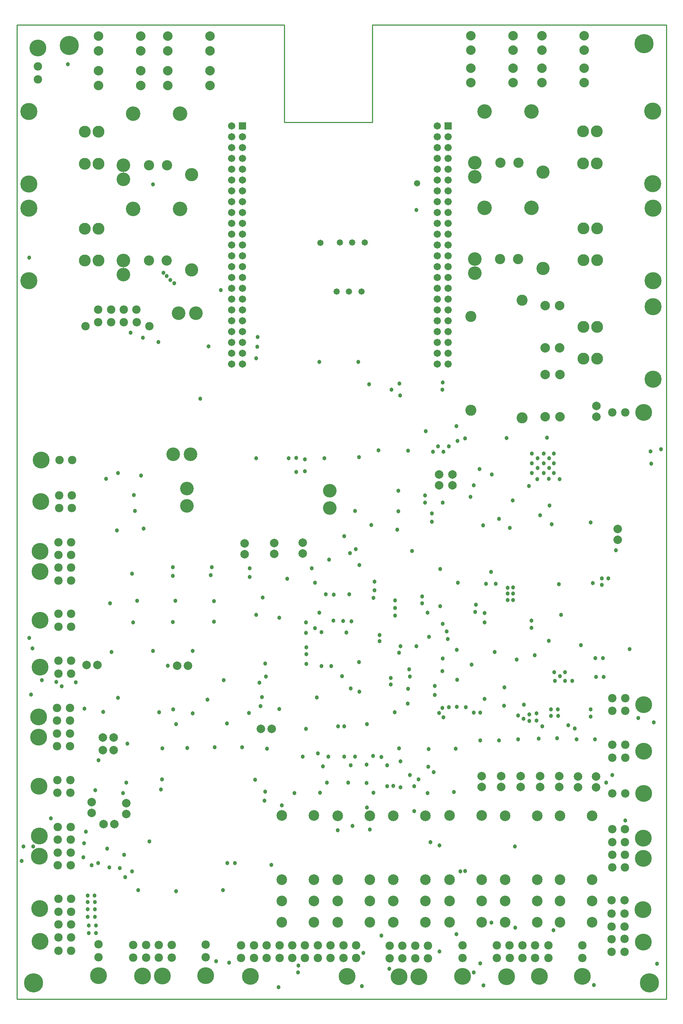
<source format=gbs>
G04*
G04 #@! TF.GenerationSoftware,Altium Limited,Altium Designer,21.2.0 (30)*
G04*
G04 Layer_Color=16711935*
%FSLAX25Y25*%
%MOIN*%
G70*
G04*
G04 #@! TF.SameCoordinates,475EB507-A4AD-49FA-98AF-DF7EEACF21B2*
G04*
G04*
G04 #@! TF.FilePolarity,Negative*
G04*
G01*
G75*
%ADD10C,0.01000*%
%ADD63C,0.03800*%
%ADD106C,0.07800*%
%ADD107C,0.06706*%
%ADD108R,0.06706X0.06706*%
%ADD109C,0.07887*%
%ADD110C,0.10249*%
%ADD111C,0.08800*%
%ADD112C,0.12611*%
%ADD113C,0.10958*%
%ADD114C,0.15800*%
%ADD115C,0.15600*%
%ADD116C,0.17729*%
%ADD117C,0.09855*%
%ADD118C,0.09461*%
%ADD119C,0.12200*%
%ADD120C,0.13398*%
%ADD121C,0.05800*%
D10*
X347000Y868500D02*
Y958500D01*
Y868500D02*
X428500D01*
Y958500D01*
X700000D01*
Y58500D02*
Y958500D01*
X100000Y58500D02*
X700000D01*
X100000D02*
Y958500D01*
X347000D01*
D63*
X406200Y258600D02*
D03*
X560334Y124497D02*
D03*
X490500Y200500D02*
D03*
X509879Y176379D02*
D03*
X513987Y176823D02*
D03*
X408417Y274508D02*
D03*
X386400Y258375D02*
D03*
X382684Y273407D02*
D03*
X477900Y583100D02*
D03*
X507200Y574300D02*
D03*
X552500Y576800D02*
D03*
X589900Y577200D02*
D03*
X688600Y314000D02*
D03*
X691500Y91300D02*
D03*
X531000Y71300D02*
D03*
X418700Y70400D02*
D03*
X179800Y323800D02*
D03*
X262600Y322400D02*
D03*
X288500Y713500D02*
D03*
X325000Y329000D02*
D03*
X449500Y412813D02*
D03*
Y419878D02*
D03*
Y426950D02*
D03*
X568000Y317500D02*
D03*
X601728Y356887D02*
D03*
X175000Y184000D02*
D03*
X185500Y180000D02*
D03*
X195000Y179500D02*
D03*
X169000Y182000D02*
D03*
X161500Y189500D02*
D03*
X241935Y722935D02*
D03*
X238370Y726500D02*
D03*
X245370Y719870D02*
D03*
X235435Y729435D02*
D03*
X277000Y661500D02*
D03*
X269500Y613000D02*
D03*
X585500Y310500D02*
D03*
X563158Y320500D02*
D03*
X493500Y405000D02*
D03*
X497000Y398000D02*
D03*
X506760Y353437D02*
D03*
X392705Y432205D02*
D03*
X413000Y474000D02*
D03*
X416500Y459500D02*
D03*
X385500Y432500D02*
D03*
X390500Y366000D02*
D03*
X381449D02*
D03*
X404500Y397000D02*
D03*
X407814Y470500D02*
D03*
X595752Y122000D02*
D03*
X506000Y118500D02*
D03*
X436874Y117000D02*
D03*
X538668Y543051D02*
D03*
X230700Y665500D02*
D03*
X216500Y669500D02*
D03*
X205000Y674000D02*
D03*
X321000Y650500D02*
D03*
X322500Y670000D02*
D03*
X493500Y628000D02*
D03*
X453500Y627000D02*
D03*
X415500Y647000D02*
D03*
X379500D02*
D03*
X207996Y524000D02*
D03*
X416500Y342500D02*
D03*
X329500Y368500D02*
D03*
X217080Y493113D02*
D03*
X209000Y509500D02*
D03*
X192580Y491550D02*
D03*
X214740Y542000D02*
D03*
X182500Y539050D02*
D03*
X193500Y544550D02*
D03*
X402476Y485998D02*
D03*
X114500Y382500D02*
D03*
X113222Y339722D02*
D03*
X111500Y392000D02*
D03*
X104500Y186000D02*
D03*
X522000Y83000D02*
D03*
X444100Y86600D02*
D03*
X490500Y102500D02*
D03*
X633000Y71500D02*
D03*
X528000Y91500D02*
D03*
X206500Y176500D02*
D03*
X212000Y159000D02*
D03*
X200080Y171000D02*
D03*
X199000Y191748D02*
D03*
X222563Y204000D02*
D03*
X162000Y202500D02*
D03*
X198000Y248939D02*
D03*
X359914Y83000D02*
D03*
X284000Y93500D02*
D03*
X360000Y89500D02*
D03*
X296250Y92250D02*
D03*
X341831Y69500D02*
D03*
X674000Y318000D02*
D03*
X662000Y223500D02*
D03*
X644500Y258500D02*
D03*
X650027Y265473D02*
D03*
X641500Y373500D02*
D03*
X634500D02*
D03*
X601390Y538857D02*
D03*
X580890D02*
D03*
X591618Y539000D02*
D03*
X606500Y352500D02*
D03*
Y360500D02*
D03*
X613063Y352378D02*
D03*
X597000Y352568D02*
D03*
X596500Y360500D02*
D03*
X642000Y356000D02*
D03*
X635000D02*
D03*
X666000Y381878D02*
D03*
X621232Y385378D02*
D03*
X600772Y441811D02*
D03*
X602925Y413563D02*
D03*
X575362Y401500D02*
D03*
X575531Y408012D02*
D03*
X596228Y544437D02*
D03*
Y553437D02*
D03*
Y562500D02*
D03*
X131500Y225500D02*
D03*
X630000Y319500D02*
D03*
X402500Y282500D02*
D03*
X452500Y508996D02*
D03*
X560252Y199500D02*
D03*
X429000Y283000D02*
D03*
X378200Y285500D02*
D03*
X375500Y443057D02*
D03*
X106000Y199500D02*
D03*
X115000D02*
D03*
X141500Y347500D02*
D03*
X291000Y353000D02*
D03*
X446000Y621500D02*
D03*
X400500Y356887D02*
D03*
X463000Y265500D02*
D03*
X469278Y787500D02*
D03*
X409000Y407500D02*
D03*
X490000Y322850D02*
D03*
X449000Y323500D02*
D03*
X461000Y331500D02*
D03*
X445500Y349000D02*
D03*
X586890Y544500D02*
D03*
X575728D02*
D03*
X514063Y576500D02*
D03*
X429500Y249100D02*
D03*
X380000Y249287D02*
D03*
X356500Y248939D02*
D03*
X328878Y241878D02*
D03*
X367000Y308000D02*
D03*
X147000Y922000D02*
D03*
X315000Y456463D02*
D03*
X358000Y545551D02*
D03*
Y558456D02*
D03*
X416000Y559000D02*
D03*
X366000Y546283D02*
D03*
X366200Y557000D02*
D03*
X351000Y558000D02*
D03*
X321229D02*
D03*
X558000Y519000D02*
D03*
X506216Y587716D02*
D03*
X594000Y497000D02*
D03*
X412500Y509500D02*
D03*
X427500Y496563D02*
D03*
X452500Y528000D02*
D03*
X388500Y464500D02*
D03*
X372500Y456551D02*
D03*
X335109Y182600D02*
D03*
X183500Y197500D02*
D03*
X173000Y119500D02*
D03*
X166500D02*
D03*
X173000Y126571D02*
D03*
X166500D02*
D03*
X425500Y626500D02*
D03*
X327000Y429500D02*
D03*
X653500Y473000D02*
D03*
X632000Y442807D02*
D03*
X482000Y203500D02*
D03*
X408500Y345387D02*
D03*
X377000Y337000D02*
D03*
X342437Y326500D02*
D03*
X172500Y251500D02*
D03*
X591728Y549000D02*
D03*
X581228D02*
D03*
X586728Y553500D02*
D03*
X575728D02*
D03*
X591728Y558000D02*
D03*
X581228D02*
D03*
X586728Y562500D02*
D03*
X575728D02*
D03*
X451500Y492000D02*
D03*
X477284Y523900D02*
D03*
X349803Y446697D02*
D03*
X330000Y356500D02*
D03*
X326500Y337500D02*
D03*
X469000Y384340D02*
D03*
X528000Y323000D02*
D03*
X573500Y321500D02*
D03*
X522000Y323000D02*
D03*
X494000Y318850D02*
D03*
X580000Y315700D02*
D03*
X573500Y315500D02*
D03*
X580000Y322500D02*
D03*
X493000Y327500D02*
D03*
X486216Y339609D02*
D03*
X550000Y329500D02*
D03*
X493500Y373000D02*
D03*
X493000Y361500D02*
D03*
X486000Y347969D02*
D03*
X445500Y355000D02*
D03*
X467000Y232000D02*
D03*
Y255000D02*
D03*
X423000Y258000D02*
D03*
Y275000D02*
D03*
X442000Y274500D02*
D03*
Y255000D02*
D03*
X454500Y254000D02*
D03*
X234000Y261500D02*
D03*
X233000Y252000D02*
D03*
X320000Y261000D02*
D03*
X453000Y378437D02*
D03*
X479500Y415500D02*
D03*
X474500Y424000D02*
D03*
Y430500D02*
D03*
X401600Y407924D02*
D03*
X392500Y408012D02*
D03*
X379500Y415512D02*
D03*
X461500Y345000D02*
D03*
X462500Y363000D02*
D03*
X294000Y313000D02*
D03*
X423500Y312500D02*
D03*
Y235500D02*
D03*
X410000Y218500D02*
D03*
X396472Y214500D02*
D03*
X420000Y101000D02*
D03*
X695000Y566500D02*
D03*
X686000Y553000D02*
D03*
X375500Y401000D02*
D03*
X381449Y397563D02*
D03*
X454000Y616000D02*
D03*
X493000Y621500D02*
D03*
X315100Y448550D02*
D03*
X279000Y450000D02*
D03*
X244059Y449590D02*
D03*
X171740Y154000D02*
D03*
X165500D02*
D03*
X172039Y148000D02*
D03*
X165539D02*
D03*
X172000Y134500D02*
D03*
X165539D02*
D03*
Y141500D02*
D03*
X172000D02*
D03*
X123000Y353000D02*
D03*
X136500Y351500D02*
D03*
X322000Y661000D02*
D03*
X499000Y569000D02*
D03*
X494000Y564000D02*
D03*
X489000Y569000D02*
D03*
X484500Y564000D02*
D03*
X434000Y565500D02*
D03*
X321000Y413563D02*
D03*
X407000Y432500D02*
D03*
X416000Y369787D02*
D03*
X111500Y743500D02*
D03*
X435000Y389000D02*
D03*
Y394878D02*
D03*
X454500Y384500D02*
D03*
X485000Y268000D02*
D03*
X471000Y261500D02*
D03*
X480000Y273000D02*
D03*
X201000Y258500D02*
D03*
X163890Y213051D02*
D03*
X175490Y279051D02*
D03*
X154500Y351300D02*
D03*
X430500Y444000D02*
D03*
Y436000D02*
D03*
X429500Y429000D02*
D03*
X282000Y407050D02*
D03*
X244000Y406666D02*
D03*
X207600Y406550D02*
D03*
X280000Y457550D02*
D03*
X244000D02*
D03*
X206500Y451550D02*
D03*
X282000Y426050D02*
D03*
X246500Y426626D02*
D03*
X211000D02*
D03*
X342600Y410943D02*
D03*
X366995Y406500D02*
D03*
X367000Y396827D02*
D03*
X367500Y383500D02*
D03*
Y377000D02*
D03*
Y368000D02*
D03*
X324262Y350850D02*
D03*
X314500Y322750D02*
D03*
X247000Y312350D02*
D03*
X231500Y323350D02*
D03*
X239541Y366350D02*
D03*
X276000Y335300D02*
D03*
X193500Y336800D02*
D03*
X244500Y326300D02*
D03*
X162500Y326800D02*
D03*
X186000Y424050D02*
D03*
X262500Y380291D02*
D03*
X225724Y380000D02*
D03*
X187500Y379000D02*
D03*
X465000Y472500D02*
D03*
X477000Y517000D02*
D03*
X493500D02*
D03*
X483500Y507000D02*
D03*
X519000Y522500D02*
D03*
X522000Y533000D02*
D03*
X483500Y499500D02*
D03*
X573051Y532437D02*
D03*
X555551Y493937D02*
D03*
X583551Y505437D02*
D03*
X530794Y496260D02*
D03*
X545621Y502000D02*
D03*
X538000Y453126D02*
D03*
X454500Y278000D02*
D03*
X503878Y249850D02*
D03*
X426000Y215000D02*
D03*
X344664Y237364D02*
D03*
X329500Y250000D02*
D03*
X202000Y294500D02*
D03*
X247000Y158000D02*
D03*
X290500Y159000D02*
D03*
X301500Y184000D02*
D03*
X294500D02*
D03*
X402500Y310500D02*
D03*
X396937D02*
D03*
X538500Y129000D02*
D03*
X447815Y255575D02*
D03*
X479500Y248939D02*
D03*
X364028Y282500D02*
D03*
X387874D02*
D03*
X412374D02*
D03*
X453000Y290302D02*
D03*
X282767Y291000D02*
D03*
X331136Y289739D02*
D03*
X234600Y290000D02*
D03*
X257367Y290500D02*
D03*
X505488Y289965D02*
D03*
X480320Y289551D02*
D03*
X436874Y282000D02*
D03*
X308000Y291000D02*
D03*
X600000Y320000D02*
D03*
X593425D02*
D03*
X599760Y326000D02*
D03*
X593500D02*
D03*
X506563Y328500D02*
D03*
X514716Y328109D02*
D03*
X499168Y328105D02*
D03*
X506500Y381000D02*
D03*
X541500Y379000D02*
D03*
X553539Y433000D02*
D03*
X558500D02*
D03*
X553520Y427020D02*
D03*
X520000Y367500D02*
D03*
X491000Y421488D02*
D03*
X507614Y443057D02*
D03*
X491000Y455780D02*
D03*
X480776Y393224D02*
D03*
X463000Y356500D02*
D03*
X615500Y308437D02*
D03*
X609500Y311500D02*
D03*
X634000Y298500D02*
D03*
X617000D02*
D03*
X599000Y299500D02*
D03*
X582000Y299000D02*
D03*
X563158Y298500D02*
D03*
X545621Y297500D02*
D03*
X528000D02*
D03*
X498087Y391000D02*
D03*
X523500Y416169D02*
D03*
X532055Y406488D02*
D03*
X532224Y414988D02*
D03*
X524000Y422780D02*
D03*
X542500Y442126D02*
D03*
X533626Y442038D02*
D03*
X568500Y330500D02*
D03*
X532268Y335843D02*
D03*
X630094Y326000D02*
D03*
X550522Y346500D02*
D03*
X561668Y372213D02*
D03*
X578500Y376203D02*
D03*
X591500Y389500D02*
D03*
X558500Y427020D02*
D03*
Y438713D02*
D03*
X553539Y438500D02*
D03*
X640500Y441000D02*
D03*
X646634Y447063D02*
D03*
X640634Y447000D02*
D03*
X592000Y514500D02*
D03*
X630000Y498900D02*
D03*
X384000Y558000D02*
D03*
X527528Y548000D02*
D03*
X685500Y564500D02*
D03*
X461500Y565000D02*
D03*
X225953Y811000D02*
D03*
D106*
X578900Y108300D02*
D03*
X591200D02*
D03*
X543500Y96500D02*
D03*
X307149Y108300D02*
D03*
X319049D02*
D03*
X354449D02*
D03*
X342649D02*
D03*
X366249D02*
D03*
X330849D02*
D03*
Y96500D02*
D03*
X366249D02*
D03*
X342649D02*
D03*
X354449D02*
D03*
X319049D02*
D03*
X378249D02*
D03*
X378049Y108300D02*
D03*
X389849D02*
D03*
Y96500D02*
D03*
X307149D02*
D03*
X401649D02*
D03*
X413449D02*
D03*
Y108300D02*
D03*
X401649D02*
D03*
X511752D02*
D03*
Y96500D02*
D03*
X622500D02*
D03*
Y108300D02*
D03*
X662000Y324700D02*
D03*
Y336500D02*
D03*
X650200D02*
D03*
Y324700D02*
D03*
X187100Y683700D02*
D03*
X175300D02*
D03*
Y695500D02*
D03*
X187100D02*
D03*
X198900D02*
D03*
Y683700D02*
D03*
X210700D02*
D03*
X210500Y695500D02*
D03*
X222500Y680000D02*
D03*
X163500D02*
D03*
X139500Y556500D02*
D03*
X151300D02*
D03*
X150300Y151000D02*
D03*
X138500D02*
D03*
Y139000D02*
D03*
X150300Y139200D02*
D03*
Y127400D02*
D03*
X138500D02*
D03*
Y115600D02*
D03*
Y103300D02*
D03*
X150300D02*
D03*
Y115600D02*
D03*
X149749Y193900D02*
D03*
Y182100D02*
D03*
X137949D02*
D03*
Y193900D02*
D03*
Y217500D02*
D03*
Y205700D02*
D03*
X149749D02*
D03*
Y217500D02*
D03*
X149363Y260900D02*
D03*
Y249100D02*
D03*
X137563D02*
D03*
Y260900D02*
D03*
X149000Y303900D02*
D03*
Y292100D02*
D03*
X137200D02*
D03*
Y303900D02*
D03*
Y327500D02*
D03*
Y315700D02*
D03*
X149000D02*
D03*
Y327500D02*
D03*
X150300Y371000D02*
D03*
Y359200D02*
D03*
X138500D02*
D03*
Y371000D02*
D03*
X150300Y414312D02*
D03*
Y402512D02*
D03*
X138500D02*
D03*
Y414312D02*
D03*
X150300Y457024D02*
D03*
Y445224D02*
D03*
X138500D02*
D03*
Y457024D02*
D03*
Y480624D02*
D03*
Y468824D02*
D03*
X150300D02*
D03*
Y480624D02*
D03*
X150800Y523900D02*
D03*
Y512100D02*
D03*
X139000D02*
D03*
Y523900D02*
D03*
X175323Y97200D02*
D03*
Y109000D02*
D03*
X231200Y108500D02*
D03*
X243000D02*
D03*
Y96700D02*
D03*
X231200D02*
D03*
X207600D02*
D03*
X219400D02*
D03*
Y108500D02*
D03*
X207600D02*
D03*
X274500Y108800D02*
D03*
Y97000D02*
D03*
X468100Y107800D02*
D03*
X479900D02*
D03*
Y96000D02*
D03*
X468100D02*
D03*
X444500D02*
D03*
X456300D02*
D03*
Y107800D02*
D03*
X444500D02*
D03*
X543500Y108300D02*
D03*
X555500Y96500D02*
D03*
X555300Y108300D02*
D03*
X567100D02*
D03*
Y96500D02*
D03*
X578900D02*
D03*
X591200D02*
D03*
X650200Y248500D02*
D03*
X662000D02*
D03*
X649527Y102000D02*
D03*
X661327D02*
D03*
Y114000D02*
D03*
X649527Y113800D02*
D03*
Y125600D02*
D03*
X661327D02*
D03*
Y137400D02*
D03*
Y149700D02*
D03*
X649527D02*
D03*
Y137400D02*
D03*
X650027Y203600D02*
D03*
Y215400D02*
D03*
X661827D02*
D03*
Y203600D02*
D03*
Y180000D02*
D03*
Y191800D02*
D03*
X650027D02*
D03*
Y180000D02*
D03*
X650200Y281549D02*
D03*
Y293349D02*
D03*
X662000D02*
D03*
Y281549D02*
D03*
X650200Y600500D02*
D03*
X662000D02*
D03*
X119500Y908200D02*
D03*
Y920000D02*
D03*
D107*
X298400Y645200D02*
D03*
X308400D02*
D03*
X298400Y655200D02*
D03*
X308400D02*
D03*
X298400Y665200D02*
D03*
X308400D02*
D03*
X298400Y675200D02*
D03*
X308400D02*
D03*
X298400Y685200D02*
D03*
X308400D02*
D03*
X298400Y695200D02*
D03*
X308400D02*
D03*
X298400Y705200D02*
D03*
X308400D02*
D03*
X298400Y715200D02*
D03*
X308400D02*
D03*
X298400Y725200D02*
D03*
X308400D02*
D03*
X298400Y735200D02*
D03*
X308400D02*
D03*
X298400Y745200D02*
D03*
X308400D02*
D03*
X298400Y755200D02*
D03*
X308400D02*
D03*
X298400Y765200D02*
D03*
X308400D02*
D03*
X298400Y775200D02*
D03*
X308400D02*
D03*
X298400Y785200D02*
D03*
X308400D02*
D03*
X298400Y795200D02*
D03*
X308400D02*
D03*
X298400Y805200D02*
D03*
X308400D02*
D03*
X298400Y815200D02*
D03*
X308400D02*
D03*
X298400Y825200D02*
D03*
X308400D02*
D03*
X298400Y835200D02*
D03*
X308400D02*
D03*
X298400Y845200D02*
D03*
X308400D02*
D03*
X298400Y855200D02*
D03*
X308400D02*
D03*
X298400Y865200D02*
D03*
X488400D02*
D03*
X498400Y855200D02*
D03*
X488400D02*
D03*
X498400Y845200D02*
D03*
X488400D02*
D03*
X498400Y835200D02*
D03*
X488400D02*
D03*
X498400Y825200D02*
D03*
X488400D02*
D03*
X498400Y815200D02*
D03*
X488400D02*
D03*
X498400Y805200D02*
D03*
X488400D02*
D03*
X498400Y795200D02*
D03*
X488400D02*
D03*
X498400Y785200D02*
D03*
X488400D02*
D03*
X498400Y775200D02*
D03*
X488400D02*
D03*
X498400Y765200D02*
D03*
X488400D02*
D03*
X498400Y755200D02*
D03*
X488400D02*
D03*
X498400Y745200D02*
D03*
X488400D02*
D03*
X498400Y735200D02*
D03*
X488400D02*
D03*
X498400Y725200D02*
D03*
X488400D02*
D03*
X498400Y715200D02*
D03*
X488400D02*
D03*
X498400Y705200D02*
D03*
X488400D02*
D03*
X498400Y695200D02*
D03*
X488400D02*
D03*
X498400Y685200D02*
D03*
X488400D02*
D03*
X498400Y675200D02*
D03*
X488400D02*
D03*
X498400Y665200D02*
D03*
X488400D02*
D03*
X498400Y655200D02*
D03*
X488400D02*
D03*
X498400Y645200D02*
D03*
X488400D02*
D03*
D108*
X308400Y865200D02*
D03*
X498400D02*
D03*
D109*
X180000Y220000D02*
D03*
X190000D02*
D03*
X258000Y366321D02*
D03*
X248000D02*
D03*
X174600Y366989D02*
D03*
X164600D02*
D03*
X635500Y596500D02*
D03*
Y606500D02*
D03*
X490000Y533000D02*
D03*
Y543000D02*
D03*
X502500Y533051D02*
D03*
Y543051D02*
D03*
X179439Y288500D02*
D03*
X189439D02*
D03*
X189500Y300000D02*
D03*
X179500D02*
D03*
X169000Y240500D02*
D03*
Y230500D02*
D03*
X201000Y239500D02*
D03*
Y229500D02*
D03*
X364000Y470000D02*
D03*
Y480000D02*
D03*
X337676Y469689D02*
D03*
Y479689D02*
D03*
X310630Y469352D02*
D03*
Y479352D02*
D03*
X325500Y308000D02*
D03*
X335500D02*
D03*
X635000Y254000D02*
D03*
Y264000D02*
D03*
X618445D02*
D03*
Y254000D02*
D03*
X601000Y254500D02*
D03*
Y264500D02*
D03*
X583551Y254500D02*
D03*
Y264500D02*
D03*
X565370Y254500D02*
D03*
Y264500D02*
D03*
X547500Y254500D02*
D03*
Y264500D02*
D03*
X529500Y254500D02*
D03*
Y264500D02*
D03*
X655000Y482760D02*
D03*
Y492760D02*
D03*
D110*
X566844Y595413D02*
D03*
Y704075D02*
D03*
X519600Y689114D02*
D03*
Y602500D02*
D03*
D111*
X519500Y918500D02*
D03*
X558500D02*
D03*
X519500Y905000D02*
D03*
X558500D02*
D03*
X601728Y635500D02*
D03*
Y596500D02*
D03*
X588228D02*
D03*
Y635500D02*
D03*
X601500Y699000D02*
D03*
Y660000D02*
D03*
X588000D02*
D03*
Y699000D02*
D03*
X624000Y905000D02*
D03*
X585000D02*
D03*
Y918500D02*
D03*
X624000D02*
D03*
Y935000D02*
D03*
X585000D02*
D03*
Y948500D02*
D03*
X624000D02*
D03*
X558500Y935000D02*
D03*
X519500D02*
D03*
Y948500D02*
D03*
X558500D02*
D03*
X239500Y948000D02*
D03*
X278500D02*
D03*
Y934500D02*
D03*
X239500D02*
D03*
X239437Y916000D02*
D03*
X278437D02*
D03*
Y902500D02*
D03*
X239437D02*
D03*
X175437Y916000D02*
D03*
X214437D02*
D03*
Y902500D02*
D03*
X175437D02*
D03*
X175500Y948000D02*
D03*
X214500D02*
D03*
Y934500D02*
D03*
X175500D02*
D03*
D112*
X389000Y528000D02*
D03*
Y512000D02*
D03*
X249500Y692000D02*
D03*
X265500D02*
D03*
X260500Y561728D02*
D03*
X244500D02*
D03*
X257000Y514116D02*
D03*
Y530117D02*
D03*
X198445Y740862D02*
D03*
Y727870D02*
D03*
X198541Y828862D02*
D03*
Y815870D02*
D03*
X523169Y831000D02*
D03*
Y818008D02*
D03*
X523000Y742000D02*
D03*
Y729008D02*
D03*
D113*
X162820Y740799D02*
D03*
X175339Y770299D02*
D03*
Y740799D02*
D03*
X162820Y770299D02*
D03*
X636020Y679500D02*
D03*
X623500Y650000D02*
D03*
Y679500D02*
D03*
X636020Y650000D02*
D03*
X636000Y770500D02*
D03*
X623480Y741000D02*
D03*
Y770500D02*
D03*
X636000Y741000D02*
D03*
X635803Y860000D02*
D03*
X623283Y830500D02*
D03*
Y860000D02*
D03*
X635803Y830500D02*
D03*
X162803Y830299D02*
D03*
X175323Y859799D02*
D03*
Y830299D02*
D03*
X162803Y859799D02*
D03*
D114*
X111127Y722098D02*
D03*
Y789000D02*
D03*
X687713Y698201D02*
D03*
Y631299D02*
D03*
X687693Y789201D02*
D03*
Y722299D02*
D03*
X687496Y878701D02*
D03*
Y811799D02*
D03*
X111110Y811598D02*
D03*
Y878500D02*
D03*
D115*
X315649Y79500D02*
D03*
X405049D02*
D03*
X511752D02*
D03*
X622500D02*
D03*
X679000Y330600D02*
D03*
X122500Y556500D02*
D03*
X121000Y142000D02*
D03*
X121500Y111700D02*
D03*
X120949Y190500D02*
D03*
Y209000D02*
D03*
X120563Y255000D02*
D03*
X120200Y300500D02*
D03*
Y319000D02*
D03*
X121500Y365100D02*
D03*
Y408412D02*
D03*
Y453624D02*
D03*
Y472124D02*
D03*
X122000Y518000D02*
D03*
X175323Y80200D02*
D03*
X234600Y79700D02*
D03*
X216100D02*
D03*
X274500Y80000D02*
D03*
X471500Y79000D02*
D03*
X453000D02*
D03*
X552500D02*
D03*
X582800Y79500D02*
D03*
X679000Y248500D02*
D03*
X678827Y111000D02*
D03*
X678327Y141300D02*
D03*
X678827Y207000D02*
D03*
Y188500D02*
D03*
X679000Y287449D02*
D03*
Y600500D02*
D03*
X119500Y937000D02*
D03*
D116*
X115500Y73500D02*
D03*
X684500D02*
D03*
X679500Y941000D02*
D03*
X148500Y939500D02*
D03*
D117*
X601780Y129528D02*
D03*
X631307D02*
D03*
X601780Y149213D02*
D03*
X631307D02*
D03*
X601780Y168898D02*
D03*
X631307D02*
D03*
Y227953D02*
D03*
X601780D02*
D03*
X551279Y129528D02*
D03*
X580807D02*
D03*
X551279Y149213D02*
D03*
X580807D02*
D03*
X551279Y168898D02*
D03*
X580807D02*
D03*
Y227953D02*
D03*
X551279D02*
D03*
X499780Y129575D02*
D03*
X529307D02*
D03*
X499780Y149260D02*
D03*
X529307D02*
D03*
X499780Y168945D02*
D03*
X529307D02*
D03*
Y228000D02*
D03*
X499780D02*
D03*
X447780Y129528D02*
D03*
X477307D02*
D03*
X447780Y149213D02*
D03*
X477307D02*
D03*
X447780Y168898D02*
D03*
X477307D02*
D03*
Y227953D02*
D03*
X447780D02*
D03*
X396472Y129500D02*
D03*
X426000D02*
D03*
X396472Y149185D02*
D03*
X426000D02*
D03*
X396472Y168870D02*
D03*
X426000D02*
D03*
Y227925D02*
D03*
X396472D02*
D03*
X344972Y129575D02*
D03*
X374500D02*
D03*
X344972Y149260D02*
D03*
X374500D02*
D03*
X344972Y168945D02*
D03*
X374500D02*
D03*
Y228000D02*
D03*
X344972D02*
D03*
D118*
X238602Y740862D02*
D03*
X222067D02*
D03*
X238699Y828862D02*
D03*
X222163D02*
D03*
X563327Y831000D02*
D03*
X546791D02*
D03*
X563158Y742000D02*
D03*
X546622D02*
D03*
D119*
X261437Y732201D02*
D03*
X261533Y820201D02*
D03*
X586161Y822339D02*
D03*
X585992Y733339D02*
D03*
D120*
X250807Y788500D02*
D03*
X207500D02*
D03*
X250903Y876500D02*
D03*
X207596D02*
D03*
X575531Y878638D02*
D03*
X532224D02*
D03*
X575362Y789638D02*
D03*
X532055D02*
D03*
D121*
X469949Y812000D02*
D03*
X418386Y712000D02*
D03*
X406886D02*
D03*
X395386D02*
D03*
X421449Y757500D02*
D03*
X409949D02*
D03*
X398386D02*
D03*
X380449Y757000D02*
D03*
M02*

</source>
